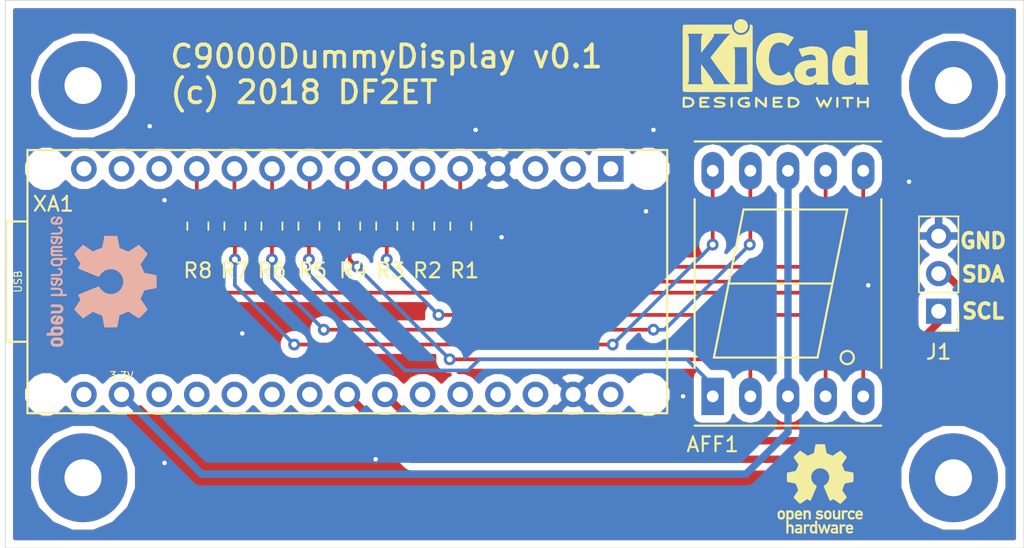
<source format=kicad_pcb>
(kicad_pcb (version 20171130) (host pcbnew 6.0.0-rc1-unknown-16b5f40~65~ubuntu18.04.1)
  (title_block (title C9000DummyDisplay) (date 2018-08-01) (rev 0.1) (company DF2ET))
  (layers (0 F.Cu signal) (31 B.Cu signal) (34 B.Paste user) (35 F.Paste user) (36 B.SilkS user) (37 F.SilkS user) (38 B.Mask user) (39 F.Mask user) (44 Edge.Cuts user))
  (net 0 "")
  (net 1 "Net-(AFF1-Pad10)")
  (net 2 "Net-(AFF1-Pad9)")
  (net 3 +3V3)
  (net 4 "Net-(AFF1-Pad7)")
  (net 5 "Net-(AFF1-Pad6)")
  (net 6 "Net-(AFF1-Pad5)")
  (net 7 "Net-(AFF1-Pad4)")
  (net 8 "Net-(AFF1-Pad2)")
  (net 9 "Net-(AFF1-Pad1)")
  (net 10 SCL)
  (net 11 SDA)
  (net 12 GND)
  (net 13 A)
  (net 14 B)
  (net 15 C)
  (net 16 D)
  (net 17 E)
  (net 18 F)
  (net 19 G)
  (net 20 DP)
  (module arduino-kicad-library:Arduino_Nano_Socket (layer F.Cu) (at 56 85.5 270)
    (fp_text reference XA1 (at -5.25 -1.75) (layer F.SilkS))
    (fp_text value Arduino_Nano_Socket)
    (fp_text user USB (at 0 0.635 270) (layer F.SilkS) (effects (font (size 0.5 0.5) (thickness 0.075))))
    (fp_text user 3.3V (at 6.35 -6.35) (layer F.SilkS) (effects (font (size 0.5 0.5) (thickness 0.075))))
    (pad VIN thru_hole circle (at 7.62 -39.37 270) (size 1.7272 1.7272) (drill 1.016) (layers *.Cu *.Mask))
    (pad GND2 thru_hole circle (at 7.62 -36.83 270) (size 1.7272 1.7272) (drill 1.016) (layers *.Cu *.Mask) (net 12 GND))
    (pad RST2 thru_hole circle (at 7.62 -34.29 270) (size 1.7272 1.7272) (drill 1.016) (layers *.Cu *.Mask))
    (pad 5V thru_hole circle (at 7.62 -31.75 270) (size 1.7272 1.7272) (drill 1.016) (layers *.Cu *.Mask))
    (pad A7 thru_hole circle (at 7.62 -29.21 270) (size 1.7272 1.7272) (drill 1.016) (layers *.Cu *.Mask))
    (pad A6 thru_hole circle (at 7.62 -26.67 270) (size 1.7272 1.7272) (drill 1.016) (layers *.Cu *.Mask))
    (pad A5 thru_hole circle (at 7.62 -24.13 270) (size 1.7272 1.7272) (drill 1.016) (layers *.Cu *.Mask) (net 10 SCL))
    (pad A4 thru_hole circle (at 7.62 -21.59 270) (size 1.7272 1.7272) (drill 1.016) (layers *.Cu *.Mask) (net 11 SDA))
    (pad A3 thru_hole circle (at 7.62 -19.05 270) (size 1.7272 1.7272) (drill 1.016) (layers *.Cu *.Mask))
    (pad A2 thru_hole circle (at 7.62 -16.51 270) (size 1.7272 1.7272) (drill 1.016) (layers *.Cu *.Mask))
    (pad A1 thru_hole circle (at 7.62 -13.97 270) (size 1.7272 1.7272) (drill 1.016) (layers *.Cu *.Mask))
    (pad A0 thru_hole circle (at 7.62 -11.43 270) (size 1.7272 1.7272) (drill 1.016) (layers *.Cu *.Mask))
    (pad AREF thru_hole circle (at 7.62 -8.89 270) (size 1.7272 1.7272) (drill 1.016) (layers *.Cu *.Mask))
    (pad 3V3 thru_hole circle (at 7.62 -6.35 270) (size 1.7272 1.7272) (drill 1.016) (layers *.Cu *.Mask) (net 3 +3V3))
    (pad D13 thru_hole circle (at 7.62 -3.81 270) (size 1.7272 1.7272) (drill 1.016) (layers *.Cu *.Mask))
    (pad D12 thru_hole circle (at -7.62 -3.81 270) (size 1.7272 1.7272) (drill 1.016) (layers *.Cu *.Mask))
    (pad D11 thru_hole circle (at -7.62 -6.35 270) (size 1.7272 1.7272) (drill 1.016) (layers *.Cu *.Mask))
    (pad D10 thru_hole circle (at -7.62 -8.89 270) (size 1.7272 1.7272) (drill 1.016) (layers *.Cu *.Mask))
    (pad D9 thru_hole circle (at -7.62 -11.43 270) (size 1.7272 1.7272) (drill 1.016) (layers *.Cu *.Mask) (net 20 DP))
    (pad D8 thru_hole circle (at -7.62 -13.97 270) (size 1.7272 1.7272) (drill 1.016) (layers *.Cu *.Mask) (net 19 G))
    (pad D7 thru_hole circle (at -7.62 -16.51 270) (size 1.7272 1.7272) (drill 1.016) (layers *.Cu *.Mask) (net 18 F))
    (pad D6 thru_hole circle (at -7.62 -19.05 270) (size 1.7272 1.7272) (drill 1.016) (layers *.Cu *.Mask) (net 17 E))
    (pad D5 thru_hole circle (at -7.62 -21.59 270) (size 1.7272 1.7272) (drill 1.016) (layers *.Cu *.Mask) (net 16 D))
    (pad D4 thru_hole circle (at -7.62 -24.13 270) (size 1.7272 1.7272) (drill 1.016) (layers *.Cu *.Mask) (net 15 C))
    (pad D3 thru_hole circle (at -7.62 -26.67 270) (size 1.7272 1.7272) (drill 1.016) (layers *.Cu *.Mask) (net 14 B))
    (pad D2 thru_hole circle (at -7.62 -29.21 270) (size 1.7272 1.7272) (drill 1.016) (layers *.Cu *.Mask) (net 13 A))
    (pad GND1 thru_hole circle (at -7.62 -31.75 270) (size 1.7272 1.7272) (drill 1.016) (layers *.Cu *.Mask) (net 12 GND))
    (pad RST1 thru_hole circle (at -7.62 -34.29 270) (size 1.7272 1.7272) (drill 1.016) (layers *.Cu *.Mask))
    (pad D0 thru_hole circle (at -7.62 -36.83 270) (size 1.7272 1.7272) (drill 1.016) (layers *.Cu *.Mask))
    (pad D1 thru_hole rect (at -7.62 -39.37 270) (size 1.7272 1.7272) (drill 1.016) (layers *.Cu *.Mask))
    (pad "" np_thru_hole circle (at -7.62 -41.91 270) (size 1.85 1.85) (drill 1.85) (layers *.Cu *.Mask))
    (pad "" np_thru_hole circle (at 7.62 -41.91 270) (size 1.85 1.85) (drill 1.85) (layers *.Cu *.Mask))
    (pad "" np_thru_hole circle (at -7.62 -1.27 270) (size 1.85 1.85) (drill 1.85) (layers *.Cu *.Mask))
    (pad "" np_thru_hole circle (at 7.62 -1.27 270) (size 1.85 1.85) (drill 1.85) (layers *.Cu *.Mask))
  )
  (module lib:VIA-0.6mm (layer F.Cu) (at 65.25 80)
    (fp_text reference REF** hide)
    (fp_text value VIA-0.6mm hide)
    (pad 1 thru_hole circle (at 0 0) (size 0.6 0.6) (drill 0.3) (layers *.Cu) (net 12 GND))
  )
  (module lib:VIA-0.6mm (layer F.Cu) (at 64.25 75)
    (fp_text reference REF** hide)
    (fp_text value VIA-0.6mm hide)
    (pad 1 thru_hole circle (at 0 0) (size 0.6 0.6) (drill 0.3) (layers *.Cu) (net 12 GND))
  )
  (module lib:VIA-0.6mm (layer F.Cu) (at 86.25 75.25)
    (fp_text reference REF** hide)
    (fp_text value VIA-0.6mm hide)
    (pad 1 thru_hole circle (at 0 0) (size 0.6 0.6) (drill 0.3) (layers *.Cu) (net 12 GND))
  )
  (module lib:VIA-0.6mm (layer F.Cu) (at 97.75 80.75)
    (fp_text reference REF** hide)
    (fp_text value VIA-0.6mm hide)
    (pad 1 thru_hole circle (at 0 0) (size 0.6 0.6) (drill 0.3) (layers *.Cu) (net 12 GND))
  )
  (module lib:VIA-0.6mm (layer F.Cu) (at 98.25 75.25)
    (fp_text reference REF** hide)
    (fp_text value VIA-0.6mm hide)
    (pad 1 thru_hole circle (at 0 0) (size 0.6 0.6) (drill 0.3) (layers *.Cu) (net 12 GND))
  )
  (module lib:VIA-0.6mm (layer F.Cu) (at 115.5 78.75)
    (fp_text reference REF** hide)
    (fp_text value VIA-0.6mm hide)
    (pad 1 thru_hole circle (at 0 0) (size 0.6 0.6) (drill 0.3) (layers *.Cu) (net 12 GND))
  )
  (module lib:VIA-0.6mm (layer F.Cu) (at 112.75 85.75)
    (fp_text reference REF** hide)
    (fp_text value VIA-0.6mm hide)
    (pad 1 thru_hole circle (at 0 0) (size 0.6 0.6) (drill 0.3) (layers *.Cu) (net 12 GND))
  )
  (module lib:VIA-0.6mm (layer F.Cu) (at 79.5 97.5)
    (fp_text reference REF** hide)
    (fp_text value VIA-0.6mm hide)
    (pad 1 thru_hole circle (at 0 0) (size 0.6 0.6) (drill 0.3) (layers *.Cu) (net 12 GND))
  )
  (module lib:VIA-0.6mm (layer F.Cu) (at 88 82.5)
    (fp_text reference REF** hide)
    (fp_text value VIA-0.6mm hide)
    (pad 1 thru_hole circle (at 0 0) (size 0.6 0.6) (drill 0.3) (layers *.Cu) (net 12 GND))
  )
  (module lib:VIA-0.6mm (layer F.Cu) (at 65.25 97.75)
    (fp_text reference REF** hide)
    (fp_text value VIA-0.6mm hide)
    (pad 1 thru_hole circle (at 0 0) (size 0.6 0.6) (drill 0.3) (layers *.Cu) (net 12 GND))
  )
  (module lib:VIA-0.6mm (layer F.Cu) (at 70.5 89)
    (fp_text reference REF** hide)
    (fp_text value VIA-0.6mm hide)
    (pad 1 thru_hole circle (at 0 0) (size 0.6 0.6) (drill 0.3) (layers *.Cu) (net 12 GND))
  )
  (module Connector_Wire:SolderWirePad_1x01_Drill2.5mm (layer F.Cu) (at 118.5 98.75)
    (fp_text reference REF** hide)
    (fp_text value SolderWirePad_1x01_Drill2.5mm hide)
    (pad 1 thru_hole circle (at 0 0) (size 5.99948 5.99948) (drill 2.49936) (layers *.Cu *.Mask))
  )
  (module Connector_Wire:SolderWirePad_1x01_Drill2.5mm (layer F.Cu) (at 118.5 72.25)
    (fp_text reference REF** hide)
    (fp_text value SolderWirePad_1x01_Drill2.5mm hide)
    (pad 1 thru_hole circle (at 0 0) (size 5.99948 5.99948) (drill 2.49936) (layers *.Cu *.Mask))
  )
  (module Connector_Wire:SolderWirePad_1x01_Drill2.5mm (layer F.Cu) (at 59.75 72.25)
    (fp_text reference REF** hide)
    (fp_text value SolderWirePad_1x01_Drill2.5mm hide)
    (pad 1 thru_hole circle (at 0 0) (size 5.99948 5.99948) (drill 2.49936) (layers *.Cu *.Mask))
  )
  (module Display_7Segment:7SegmentLED_LTS6760_LTS6780 (layer F.Cu) (at 102.25 93.25 90)
    (fp_text reference AFF1 (at -3.25 0 180) (layer F.SilkS))
    (fp_text value LTS-6960HR hide)
    (pad 10 thru_hole oval (at 15.24 0) (size 1.524 2.524) (drill 0.8) (layers *.Cu *.Mask) (net 1 "Net-(AFF1-Pad10)"))
    (pad 9 thru_hole oval (at 15.24 2.54) (size 1.524 2.524) (drill 0.8) (layers *.Cu *.Mask) (net 2 "Net-(AFF1-Pad9)"))
    (pad 8 thru_hole oval (at 15.24 5.08) (size 1.524 2.524) (drill 0.8) (layers *.Cu *.Mask) (net 3 +3V3))
    (pad 7 thru_hole oval (at 15.24 7.62) (size 1.524 2.524) (drill 0.8) (layers *.Cu *.Mask) (net 4 "Net-(AFF1-Pad7)"))
    (pad 6 thru_hole oval (at 15.24 10.16) (size 1.524 2.524) (drill 0.8) (layers *.Cu *.Mask) (net 5 "Net-(AFF1-Pad6)"))
    (pad 5 thru_hole oval (at 0 10.16) (size 1.524 2.524) (drill 0.8) (layers *.Cu *.Mask) (net 6 "Net-(AFF1-Pad5)"))
    (pad 4 thru_hole oval (at 0 7.62) (size 1.524 2.524) (drill 0.8) (layers *.Cu *.Mask) (net 7 "Net-(AFF1-Pad4)"))
    (pad 3 thru_hole oval (at 0 5.08) (size 1.524 2.524) (drill 0.8) (layers *.Cu *.Mask) (net 3 +3V3))
    (pad 2 thru_hole oval (at 0 2.54) (size 1.524 2.524) (drill 0.8) (layers *.Cu *.Mask) (net 8 "Net-(AFF1-Pad2)"))
    (pad 1 thru_hole rect (at 0 0) (size 1.524 2.524) (drill 0.8) (layers *.Cu *.Mask) (net 9 "Net-(AFF1-Pad1)"))
  )
  (module Connector_PinHeader_2.54mm:PinHeader_1x03_P2.54mm_Vertical (layer F.Cu) (at 117.5 87.5 180)
    (fp_text reference J1 (at 0 -2.75 180) (layer F.SilkS))
    (fp_text value Conn_01x03 hide)
    (pad 1 thru_hole rect (at 0 0 180) (size 1.7 1.7) (drill 1) (layers *.Cu *.Mask) (net 10 SCL))
    (pad 2 thru_hole oval (at 0 2.54 180) (size 1.7 1.7) (drill 1) (layers *.Cu *.Mask) (net 11 SDA))
    (pad 3 thru_hole oval (at 0 5.08 180) (size 1.7 1.7) (drill 1) (layers *.Cu *.Mask) (net 12 GND))
  )
  (module Resistor_SMD:R_0805_2012Metric (layer F.Cu) (at 85.25 81.75 90)
    (fp_text reference R1 (at -3 0.25 180) (layer F.SilkS))
    (fp_text value 270 hide)
    (pad 1 smd roundrect (at -0.9375 0 90) (size 0.975 1.4) (layers F.Cu F.Paste F.Mask) (net 4 "Net-(AFF1-Pad7)"))
    (pad 2 smd roundrect (at 0.9375 0 90) (size 0.975 1.4) (layers F.Cu F.Paste F.Mask) (net 13 A))
  )
  (module Resistor_SMD:R_0805_2012Metric (layer F.Cu) (at 82.75 81.75 90)
    (fp_text reference R2 (at -3 0.25 180) (layer F.SilkS))
    (fp_text value 270 hide)
    (pad 2 smd roundrect (at 0.9375 0 90) (size 0.975 1.4) (layers F.Cu F.Paste F.Mask) (net 14 B))
    (pad 1 smd roundrect (at -0.9375 0 90) (size 0.975 1.4) (layers F.Cu F.Paste F.Mask) (net 5 "Net-(AFF1-Pad6)"))
  )
  (module Resistor_SMD:R_0805_2012Metric (layer F.Cu) (at 80.25 81.75 90)
    (fp_text reference R3 (at -3 0.25 180) (layer F.SilkS))
    (fp_text value 270 hide)
    (pad 1 smd roundrect (at -0.9375 0 90) (size 0.975 1.4) (layers F.Cu F.Paste F.Mask) (net 7 "Net-(AFF1-Pad4)"))
    (pad 2 smd roundrect (at 0.9375 0 90) (size 0.975 1.4) (layers F.Cu F.Paste F.Mask) (net 15 C))
  )
  (module Resistor_SMD:R_0805_2012Metric (layer F.Cu) (at 77.75 81.75 90)
    (fp_text reference R4 (at -3 0.25 180) (layer F.SilkS))
    (fp_text value 270 hide)
    (pad 2 smd roundrect (at 0.9375 0 90) (size 0.975 1.4) (layers F.Cu F.Paste F.Mask) (net 16 D))
    (pad 1 smd roundrect (at -0.9375 0 90) (size 0.975 1.4) (layers F.Cu F.Paste F.Mask) (net 8 "Net-(AFF1-Pad2)"))
  )
  (module Resistor_SMD:R_0805_2012Metric (layer F.Cu) (at 75 81.75 90)
    (fp_text reference R5 (at -3 0.25 180) (layer F.SilkS))
    (fp_text value 270 hide)
    (pad 1 smd roundrect (at -0.9375 0 90) (size 0.975 1.4) (layers F.Cu F.Paste F.Mask) (net 9 "Net-(AFF1-Pad1)"))
    (pad 2 smd roundrect (at 0.9375 0 90) (size 0.975 1.4) (layers F.Cu F.Paste F.Mask) (net 17 E))
  )
  (module Resistor_SMD:R_0805_2012Metric (layer F.Cu) (at 72.5 81.75 90)
    (fp_text reference R6 (at -3 0 180) (layer F.SilkS))
    (fp_text value 270 hide)
    (pad 2 smd roundrect (at 0.9375 0 90) (size 0.975 1.4) (layers F.Cu F.Paste F.Mask) (net 18 F))
    (pad 1 smd roundrect (at -0.9375 0 90) (size 0.975 1.4) (layers F.Cu F.Paste F.Mask) (net 2 "Net-(AFF1-Pad9)"))
  )
  (module Resistor_SMD:R_0805_2012Metric (layer F.Cu) (at 70 81.75 90)
    (fp_text reference R7 (at -3 0 180) (layer F.SilkS))
    (fp_text value 270 hide)
    (pad 1 smd roundrect (at -0.9375 0 90) (size 0.975 1.4) (layers F.Cu F.Paste F.Mask) (net 1 "Net-(AFF1-Pad10)"))
    (pad 2 smd roundrect (at 0.9375 0 90) (size 0.975 1.4) (layers F.Cu F.Paste F.Mask) (net 19 G))
  )
  (module Resistor_SMD:R_0805_2012Metric (layer F.Cu) (at 67.5 81.75 90)
    (fp_text reference R8 (at -3 0 180) (layer F.SilkS))
    (fp_text value 270 hide)
    (pad 2 smd roundrect (at 0.9375 0 90) (size 0.975 1.4) (layers F.Cu F.Paste F.Mask) (net 20 DP))
    (pad 1 smd roundrect (at -0.9375 0 90) (size 0.975 1.4) (layers F.Cu F.Paste F.Mask) (net 6 "Net-(AFF1-Pad5)"))
  )
  (module Connector_Wire:SolderWirePad_1x01_Drill2.5mm (layer F.Cu) (at 59.75 98.75)
    (fp_text reference REF** hide)
    (fp_text value SolderWirePad_1x01_Drill2.5mm hide)
    (pad 1 thru_hole circle (at 0 0) (size 5.99948 5.99948) (drill 2.49936) (layers *.Cu *.Mask))
  )
  (module lib:VIA-0.6mm (layer F.Cu) (at 100.25 93.25)
    (fp_text reference REF** hide)
    (fp_text value VIA-0.6mm hide)
    (pad 1 thru_hole circle (at 0 0) (size 0.6 0.6) (drill 0.3) (layers *.Cu) (net 12 GND))
  )
  (module Symbols:KiCad-Logo2_6mm_SilkScreen (layer F.Cu) (at 106.5 70.75)
    (fp_text reference REF*** hide)
    (fp_text value KiCad-Logo2_6mm_SilkScreen hide)
  )
  (module Symbol:OSHW-Logo_5.7x6mm_SilkScreen (layer F.Cu) (at 109.5 99.5)
    (fp_text reference REF** hide)
    (fp_text value OSHW-Logo_5.7x6mm_SilkScreen hide)
  )
  (module Symbol:OSHW-Logo2_9.8x8mm_SilkScreen (layer B.Cu) (at 61 85.5 90)
    (fp_text reference REF** hide)
    (fp_text value OSHW-Logo2_9.8x8mm_SilkScreen hide)
  )
  (gr_text "C9000DummyDisplay v0.1\n(c) 2018 DF2ET" (at 65.5 71.5) (layer F.SilkS) (effects (font (size 1.5 1.5) (thickness 0.25)) (justify left)))
  (gr_line (start 123.25 103.5) (end 54.5 103.5) (angle 90) (layer Edge.Cuts) (width 0.05))
  (gr_line (start 123.25 66.5) (end 54.5 66.5) (angle 90) (layer Edge.Cuts) (width 0.05))
  (gr_line (start 123.25 103.5) (end 123.25 66.5) (angle 90) (layer Edge.Cuts) (width 0.05))
  (gr_line (start 54.5 66.5) (end 54.5 71.75) (angle 90) (layer Edge.Cuts) (width 0.05))
  (gr_line (start 54.5 102.75) (end 54.5 103.5) (angle 90) (layer Edge.Cuts) (width 0.05))
  (gr_line (start 54.5 99.25) (end 54.5 102.75) (angle 90) (layer Edge.Cuts) (width 0.05))
  (gr_text GND (at 120.5 82.75) (layer F.SilkS) (effects (font (size 1 1) (thickness 0.25))))
  (gr_text SDA (at 120.5 85) (layer F.SilkS) (effects (font (size 1 1) (thickness 0.25))))
  (gr_text SCL (at 120.5 87.5) (layer F.SilkS) (effects (font (size 1 1) (thickness 0.25))))
  (gr_line (start 54.5 99.25) (end 54.5 71.75) (angle 90) (layer Edge.Cuts) (width 0.05))
  (segment (start 102.25 78.01) (end 102.25 83) (width 0.25) (layer F.Cu) (net 1))
  (segment (start 70 84) (end 70 82.6875) (width 0.25) (layer F.Cu) (net 1))
  (via (at 70 84) (size 0.8) (drill 0.4) (layers F.Cu B.Cu) (net 1))
  (segment (start 70 85.75) (end 70 84) (width 0.25) (layer B.Cu) (net 1))
  (segment (start 74 89.75) (end 70 85.75) (width 0.25) (layer B.Cu) (net 1))
  (via (at 74 89.75) (size 0.8) (drill 0.4) (layers F.Cu B.Cu) (net 1))
  (segment (start 76.75 89.75) (end 74 89.75) (width 0.25) (layer F.Cu) (net 1))
  (segment (start 91.5 89.75) (end 76.75 89.75) (width 0.25) (layer F.Cu) (net 1))
  (segment (start 95.5 89.75) (end 91.5 89.75) (width 0.25) (layer F.Cu) (net 1))
  (via (at 95.5 89.75) (size 0.8) (drill 0.4) (layers F.Cu B.Cu) (net 1))
  (segment (start 102.25 83) (end 95.5 89.75) (width 0.25) (layer B.Cu) (net 1))
  (via (at 102.25 83) (size 0.8) (drill 0.4) (layers F.Cu B.Cu) (net 1))
  (segment (start 104.79 78.01) (end 104.79 82.96) (width 0.25) (layer F.Cu) (net 2))
  (segment (start 72.5 84) (end 72.5 82.6875) (width 0.25) (layer F.Cu) (net 2))
  (via (at 72.5 84) (size 0.8) (drill 0.4) (layers F.Cu B.Cu) (net 2))
  (segment (start 72.5 85.25) (end 72.5 84) (width 0.25) (layer B.Cu) (net 2))
  (segment (start 76 88.75) (end 72.5 85.25) (width 0.25) (layer B.Cu) (net 2))
  (via (at 76 88.75) (size 0.8) (drill 0.4) (layers F.Cu B.Cu) (net 2))
  (segment (start 77.75 88.75) (end 76 88.75) (width 0.25) (layer F.Cu) (net 2))
  (segment (start 83.75 88.75) (end 77.75 88.75) (width 0.25) (layer F.Cu) (net 2))
  (segment (start 98.25 88.75) (end 83.75 88.75) (width 0.25) (layer F.Cu) (net 2))
  (via (at 98.25 88.75) (size 0.8) (drill 0.4) (layers F.Cu B.Cu) (net 2))
  (segment (start 99 88.75) (end 98.25 88.75) (width 0.25) (layer B.Cu) (net 2))
  (segment (start 104.75 83) (end 99 88.75) (width 0.25) (layer B.Cu) (net 2))
  (via (at 104.75 83) (size 0.8) (drill 0.4) (layers F.Cu B.Cu) (net 2))
  (segment (start 104.79 82.96) (end 104.75 83) (width 0.25) (layer F.Cu) (net 2))
  (segment (start 107.33 78.01) (end 107.33 93.25) (width 0.5) (layer B.Cu) (net 3))
  (segment (start 107.33 93.25) (end 107.33 95.67) (width 0.5) (layer B.Cu) (net 3))
  (segment (start 62.37 93.12) (end 62.35 93.12) (width 0.5) (layer B.Cu) (net 3))
  (segment (start 67.75 98.5) (end 62.37 93.12) (width 0.5) (layer B.Cu) (net 3))
  (segment (start 104.5 98.5) (end 67.75 98.5) (width 0.5) (layer B.Cu) (net 3))
  (segment (start 107.33 95.67) (end 104.5 98.5) (width 0.5) (layer B.Cu) (net 3))
  (segment (start 109.87 78.01) (end 109.87 83.88) (width 0.25) (layer F.Cu) (net 4))
  (segment (start 85.25 83.5) (end 85.25 82.6875) (width 0.25) (layer F.Cu) (net 4))
  (segment (start 86.25 84.5) (end 85.25 83.5) (width 0.25) (layer F.Cu) (net 4))
  (segment (start 109.25 84.5) (end 86.25 84.5) (width 0.25) (layer F.Cu) (net 4))
  (segment (start 109.87 83.88) (end 109.25 84.5) (width 0.25) (layer F.Cu) (net 4))
  (segment (start 112.41 78.01) (end 112.41 82.84) (width 0.25) (layer F.Cu) (net 5))
  (segment (start 82.75 84.75) (end 82.75 82.6875) (width 0.25) (layer F.Cu) (net 5))
  (segment (start 83.5 85.5) (end 82.75 84.75) (width 0.25) (layer F.Cu) (net 5))
  (segment (start 109.75 85.5) (end 83.5 85.5) (width 0.25) (layer F.Cu) (net 5))
  (segment (start 112.41 82.84) (end 109.75 85.5) (width 0.25) (layer F.Cu) (net 5))
  (segment (start 112.41 93.25) (end 112.41 88.91) (width 0.25) (layer F.Cu) (net 6))
  (segment (start 67.5 84.5) (end 67.5 82.6875) (width 0.25) (layer F.Cu) (net 6))
  (segment (start 69.25 86.25) (end 67.5 84.5) (width 0.25) (layer F.Cu) (net 6))
  (segment (start 109.75 86.25) (end 69.25 86.25) (width 0.25) (layer F.Cu) (net 6))
  (segment (start 112.41 88.91) (end 109.75 86.25) (width 0.25) (layer F.Cu) (net 6))
  (segment (start 109.87 93.25) (end 109.87 88.87) (width 0.25) (layer F.Cu) (net 7))
  (segment (start 80.25 84) (end 80.25 82.6875) (width 0.25) (layer F.Cu) (net 7))
  (via (at 80.25 84) (size 0.8) (drill 0.4) (layers F.Cu B.Cu) (net 7))
  (segment (start 80.25 84.25) (end 80.25 84) (width 0.25) (layer B.Cu) (net 7))
  (segment (start 83.75 87.75) (end 80.25 84.25) (width 0.25) (layer B.Cu) (net 7))
  (via (at 83.75 87.75) (size 0.8) (drill 0.4) (layers F.Cu B.Cu) (net 7))
  (segment (start 108.75 87.75) (end 83.75 87.75) (width 0.25) (layer F.Cu) (net 7))
  (segment (start 109.87 88.87) (end 108.75 87.75) (width 0.25) (layer F.Cu) (net 7))
  (segment (start 77.75 82.6875) (end 77.75 84) (width 0.25) (layer F.Cu) (net 8))
  (segment (start 104.79 91.29) (end 104.79 93.25) (width 0.25) (layer F.Cu) (net 8))
  (segment (start 104.25 90.75) (end 104.79 91.29) (width 0.25) (layer F.Cu) (net 8))
  (segment (start 84.5 90.75) (end 104.25 90.75) (width 0.25) (layer F.Cu) (net 8))
  (via (at 84.5 90.75) (size 0.8) (drill 0.4) (layers F.Cu B.Cu) (net 8))
  (segment (start 83.75 90) (end 84.5 90.75) (width 0.25) (layer B.Cu) (net 8))
  (segment (start 77.75 84) (end 78.25 84.5) (width 0.25) (layer F.Cu) (net 8))
  (via (at 78.25 84.5) (size 0.8) (drill 0.4) (layers F.Cu B.Cu) (net 8))
  (segment (start 78.25 84.5) (end 83.75 90) (width 0.25) (layer B.Cu) (net 8))
  (segment (start 75 84) (end 75 82.6875) (width 0.25) (layer F.Cu) (net 9))
  (via (at 75 84) (size 0.8) (drill 0.4) (layers F.Cu B.Cu) (net 9))
  (segment (start 75 85) (end 75 84) (width 0.25) (layer B.Cu) (net 9))
  (segment (start 81.5 91.5) (end 75 85) (width 0.25) (layer B.Cu) (net 9))
  (segment (start 85.75 91.5) (end 81.5 91.5) (width 0.25) (layer B.Cu) (net 9))
  (segment (start 86.5 90.75) (end 85.75 91.5) (width 0.25) (layer B.Cu) (net 9))
  (segment (start 100.5 90.75) (end 86.5 90.75) (width 0.25) (layer B.Cu) (net 9))
  (segment (start 102.25 92.5) (end 100.5 90.75) (width 0.25) (layer B.Cu) (net 9))
  (segment (start 102.25 93.25) (end 102.25 92.5) (width 0.25) (layer B.Cu) (net 9))
  (segment (start 117.5 87.5) (end 117.5 88.25) (width 0.5) (layer F.Cu) (net 10))
  (segment (start 83.26 96.25) (end 80.13 93.12) (width 0.5) (layer F.Cu) (net 10))
  (segment (start 112.5 96.25) (end 83.26 96.25) (width 0.5) (layer F.Cu) (net 10))
  (segment (start 114.25 94.5) (end 112.5 96.25) (width 0.5) (layer F.Cu) (net 10))
  (segment (start 114.25 91.5) (end 114.25 94.5) (width 0.5) (layer F.Cu) (net 10))
  (segment (start 117.5 88.25) (end 114.25 91.5) (width 0.5) (layer F.Cu) (net 10))
  (segment (start 117.5 84.96) (end 117.96 84.96) (width 0.5) (layer F.Cu) (net 11))
  (segment (start 81.97 97.5) (end 77.59 93.12) (width 0.5) (layer F.Cu) (net 11))
  (segment (start 112.75 97.5) (end 81.97 97.5) (width 0.5) (layer F.Cu) (net 11))
  (segment (start 115.5 94.75) (end 112.75 97.5) (width 0.5) (layer F.Cu) (net 11))
  (segment (start 115.5 93.5) (end 115.5 94.75) (width 0.5) (layer F.Cu) (net 11))
  (segment (start 119.75 89.25) (end 115.5 93.5) (width 0.5) (layer F.Cu) (net 11))
  (segment (start 119.75 86.75) (end 119.75 89.25) (width 0.5) (layer F.Cu) (net 11))
  (segment (start 117.96 84.96) (end 119.75 86.75) (width 0.5) (layer F.Cu) (net 11))
  (segment (start 85.21 77.88) (end 85.21 80.7725) (width 0.25) (layer F.Cu) (net 13))
  (segment (start 85.21 80.7725) (end 85.25 80.8125) (width 0.25) (layer F.Cu) (net 13))
  (segment (start 82.67 77.88) (end 82.67 80.7325) (width 0.25) (layer F.Cu) (net 14))
  (segment (start 82.67 80.7325) (end 82.75 80.8125) (width 0.25) (layer F.Cu) (net 14))
  (segment (start 80.13 77.88) (end 80.13 80.6925) (width 0.25) (layer F.Cu) (net 15))
  (segment (start 80.13 80.6925) (end 80.25 80.8125) (width 0.25) (layer F.Cu) (net 15))
  (segment (start 77.59 77.88) (end 77.59 80.6525) (width 0.25) (layer F.Cu) (net 16))
  (segment (start 77.59 80.6525) (end 77.75 80.8125) (width 0.25) (layer F.Cu) (net 16))
  (segment (start 75.05 77.88) (end 75.05 80.7625) (width 0.25) (layer F.Cu) (net 17))
  (segment (start 75.05 80.7625) (end 75 80.8125) (width 0.25) (layer F.Cu) (net 17))
  (segment (start 72.51 77.88) (end 72.51 80.8025) (width 0.25) (layer F.Cu) (net 18))
  (segment (start 72.51 80.8025) (end 72.5 80.8125) (width 0.25) (layer F.Cu) (net 18))
  (segment (start 69.97 77.88) (end 69.97 80.7825) (width 0.25) (layer F.Cu) (net 19))
  (segment (start 69.97 80.7825) (end 70 80.8125) (width 0.25) (layer F.Cu) (net 19))
  (segment (start 67.43 77.88) (end 67.43 80.7425) (width 0.25) (layer F.Cu) (net 20))
  (segment (start 67.43 80.7425) (end 67.5 80.8125) (width 0.25) (layer F.Cu) (net 20))
  (zone (net 12) (net_name GND) (layer B.Cu) (connect_pads (clearance 0.508)) (min_thickness 0.254) (fill yes (arc_segments 16) (thermal_gap 0.508) (thermal_bridge_width 0.508))
    (polygon (pts (xy 123.25 66.5) (xy 123.25 103.5) (xy 54.5 103.5) (xy 54.5 66.5)))
  )
  (zone (net 12) (net_name GND) (layer F.Cu) (connect_pads (clearance 0.508)) (min_thickness 0.254) (fill yes (arc_segments 16) (thermal_gap 0.508) (thermal_bridge_width 0.508))
    (polygon (pts (xy 123.25 66.5) (xy 123.25 103.5) (xy 54.5 103.5) (xy 54.5 66.5)))
  )
)
</source>
